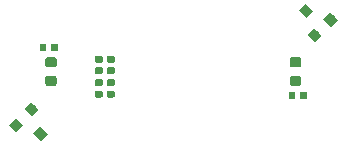
<source format=gbr>
G04 #@! TF.GenerationSoftware,KiCad,Pcbnew,(5.1.4)-1*
G04 #@! TF.CreationDate,2020-08-09T23:36:34-07:00*
G04 #@! TF.ProjectId,SkateLightLEDBoard,536b6174-654c-4696-9768-744c4544426f,rev?*
G04 #@! TF.SameCoordinates,Original*
G04 #@! TF.FileFunction,Paste,Top*
G04 #@! TF.FilePolarity,Positive*
%FSLAX46Y46*%
G04 Gerber Fmt 4.6, Leading zero omitted, Abs format (unit mm)*
G04 Created by KiCad (PCBNEW (5.1.4)-1) date 2020-08-09 23:36:34*
%MOMM*%
%LPD*%
G04 APERTURE LIST*
%ADD10C,0.800000*%
%ADD11C,0.100000*%
%ADD12C,0.590000*%
%ADD13C,0.875000*%
G04 APERTURE END LIST*
D10*
X-11230893Y-5279107D03*
D11*
G36*
X-11831934Y-5243752D02*
G01*
X-11266248Y-4678066D01*
X-10629852Y-5314462D01*
X-11195538Y-5880148D01*
X-11831934Y-5243752D01*
X-11831934Y-5243752D01*
G37*
D10*
X-13316858Y-4536645D03*
D11*
G36*
X-13917899Y-4501290D02*
G01*
X-13352213Y-3935604D01*
X-12715817Y-4572000D01*
X-13281503Y-5137686D01*
X-13917899Y-4501290D01*
X-13917899Y-4501290D01*
G37*
D10*
X-11973355Y-3193142D03*
D11*
G36*
X-12574396Y-3157787D02*
G01*
X-12008710Y-2592101D01*
X-11372314Y-3228497D01*
X-11938000Y-3794183D01*
X-12574396Y-3157787D01*
X-12574396Y-3157787D01*
G37*
D10*
X11230893Y5152107D03*
D11*
G36*
X11831934Y5116752D02*
G01*
X11266248Y4551066D01*
X10629852Y5187462D01*
X11195538Y5753148D01*
X11831934Y5116752D01*
X11831934Y5116752D01*
G37*
D10*
X13316858Y4409645D03*
D11*
G36*
X13917899Y4374290D02*
G01*
X13352213Y3808604D01*
X12715817Y4445000D01*
X13281503Y5010686D01*
X13917899Y4374290D01*
X13917899Y4374290D01*
G37*
D10*
X11973355Y3066142D03*
D11*
G36*
X12574396Y3030787D02*
G01*
X12008710Y2465101D01*
X11372314Y3101497D01*
X11938000Y3667183D01*
X12574396Y3030787D01*
X12574396Y3030787D01*
G37*
G36*
X-5093702Y352850D02*
G01*
X-5079384Y350726D01*
X-5065343Y347209D01*
X-5051714Y342332D01*
X-5038629Y336143D01*
X-5026213Y328702D01*
X-5014587Y320079D01*
X-5003862Y310358D01*
X-4994141Y299633D01*
X-4985518Y288007D01*
X-4978077Y275591D01*
X-4971888Y262506D01*
X-4967011Y248877D01*
X-4963494Y234836D01*
X-4961370Y220518D01*
X-4960660Y206060D01*
X-4960660Y-88940D01*
X-4961370Y-103398D01*
X-4963494Y-117716D01*
X-4967011Y-131757D01*
X-4971888Y-145386D01*
X-4978077Y-158471D01*
X-4985518Y-170887D01*
X-4994141Y-182513D01*
X-5003862Y-193238D01*
X-5014587Y-202959D01*
X-5026213Y-211582D01*
X-5038629Y-219023D01*
X-5051714Y-225212D01*
X-5065343Y-230089D01*
X-5079384Y-233606D01*
X-5093702Y-235730D01*
X-5108160Y-236440D01*
X-5453160Y-236440D01*
X-5467618Y-235730D01*
X-5481936Y-233606D01*
X-5495977Y-230089D01*
X-5509606Y-225212D01*
X-5522691Y-219023D01*
X-5535107Y-211582D01*
X-5546733Y-202959D01*
X-5557458Y-193238D01*
X-5567179Y-182513D01*
X-5575802Y-170887D01*
X-5583243Y-158471D01*
X-5589432Y-145386D01*
X-5594309Y-131757D01*
X-5597826Y-117716D01*
X-5599950Y-103398D01*
X-5600660Y-88940D01*
X-5600660Y206060D01*
X-5599950Y220518D01*
X-5597826Y234836D01*
X-5594309Y248877D01*
X-5589432Y262506D01*
X-5583243Y275591D01*
X-5575802Y288007D01*
X-5567179Y299633D01*
X-5557458Y310358D01*
X-5546733Y320079D01*
X-5535107Y328702D01*
X-5522691Y336143D01*
X-5509606Y342332D01*
X-5495977Y347209D01*
X-5481936Y350726D01*
X-5467618Y352850D01*
X-5453160Y353560D01*
X-5108160Y353560D01*
X-5093702Y352850D01*
X-5093702Y352850D01*
G37*
D12*
X-5280660Y58560D03*
D11*
G36*
X-5093702Y1322850D02*
G01*
X-5079384Y1320726D01*
X-5065343Y1317209D01*
X-5051714Y1312332D01*
X-5038629Y1306143D01*
X-5026213Y1298702D01*
X-5014587Y1290079D01*
X-5003862Y1280358D01*
X-4994141Y1269633D01*
X-4985518Y1258007D01*
X-4978077Y1245591D01*
X-4971888Y1232506D01*
X-4967011Y1218877D01*
X-4963494Y1204836D01*
X-4961370Y1190518D01*
X-4960660Y1176060D01*
X-4960660Y881060D01*
X-4961370Y866602D01*
X-4963494Y852284D01*
X-4967011Y838243D01*
X-4971888Y824614D01*
X-4978077Y811529D01*
X-4985518Y799113D01*
X-4994141Y787487D01*
X-5003862Y776762D01*
X-5014587Y767041D01*
X-5026213Y758418D01*
X-5038629Y750977D01*
X-5051714Y744788D01*
X-5065343Y739911D01*
X-5079384Y736394D01*
X-5093702Y734270D01*
X-5108160Y733560D01*
X-5453160Y733560D01*
X-5467618Y734270D01*
X-5481936Y736394D01*
X-5495977Y739911D01*
X-5509606Y744788D01*
X-5522691Y750977D01*
X-5535107Y758418D01*
X-5546733Y767041D01*
X-5557458Y776762D01*
X-5567179Y787487D01*
X-5575802Y799113D01*
X-5583243Y811529D01*
X-5589432Y824614D01*
X-5594309Y838243D01*
X-5597826Y852284D01*
X-5599950Y866602D01*
X-5600660Y881060D01*
X-5600660Y1176060D01*
X-5599950Y1190518D01*
X-5597826Y1204836D01*
X-5594309Y1218877D01*
X-5589432Y1232506D01*
X-5583243Y1245591D01*
X-5575802Y1258007D01*
X-5567179Y1269633D01*
X-5557458Y1280358D01*
X-5546733Y1290079D01*
X-5535107Y1298702D01*
X-5522691Y1306143D01*
X-5509606Y1312332D01*
X-5495977Y1317209D01*
X-5481936Y1320726D01*
X-5467618Y1322850D01*
X-5453160Y1323560D01*
X-5108160Y1323560D01*
X-5093702Y1322850D01*
X-5093702Y1322850D01*
G37*
D12*
X-5280660Y1028560D03*
D11*
G36*
X-6109702Y1322850D02*
G01*
X-6095384Y1320726D01*
X-6081343Y1317209D01*
X-6067714Y1312332D01*
X-6054629Y1306143D01*
X-6042213Y1298702D01*
X-6030587Y1290079D01*
X-6019862Y1280358D01*
X-6010141Y1269633D01*
X-6001518Y1258007D01*
X-5994077Y1245591D01*
X-5987888Y1232506D01*
X-5983011Y1218877D01*
X-5979494Y1204836D01*
X-5977370Y1190518D01*
X-5976660Y1176060D01*
X-5976660Y881060D01*
X-5977370Y866602D01*
X-5979494Y852284D01*
X-5983011Y838243D01*
X-5987888Y824614D01*
X-5994077Y811529D01*
X-6001518Y799113D01*
X-6010141Y787487D01*
X-6019862Y776762D01*
X-6030587Y767041D01*
X-6042213Y758418D01*
X-6054629Y750977D01*
X-6067714Y744788D01*
X-6081343Y739911D01*
X-6095384Y736394D01*
X-6109702Y734270D01*
X-6124160Y733560D01*
X-6469160Y733560D01*
X-6483618Y734270D01*
X-6497936Y736394D01*
X-6511977Y739911D01*
X-6525606Y744788D01*
X-6538691Y750977D01*
X-6551107Y758418D01*
X-6562733Y767041D01*
X-6573458Y776762D01*
X-6583179Y787487D01*
X-6591802Y799113D01*
X-6599243Y811529D01*
X-6605432Y824614D01*
X-6610309Y838243D01*
X-6613826Y852284D01*
X-6615950Y866602D01*
X-6616660Y881060D01*
X-6616660Y1176060D01*
X-6615950Y1190518D01*
X-6613826Y1204836D01*
X-6610309Y1218877D01*
X-6605432Y1232506D01*
X-6599243Y1245591D01*
X-6591802Y1258007D01*
X-6583179Y1269633D01*
X-6573458Y1280358D01*
X-6562733Y1290079D01*
X-6551107Y1298702D01*
X-6538691Y1306143D01*
X-6525606Y1312332D01*
X-6511977Y1317209D01*
X-6497936Y1320726D01*
X-6483618Y1322850D01*
X-6469160Y1323560D01*
X-6124160Y1323560D01*
X-6109702Y1322850D01*
X-6109702Y1322850D01*
G37*
D12*
X-6296660Y1028560D03*
D11*
G36*
X-6109702Y352850D02*
G01*
X-6095384Y350726D01*
X-6081343Y347209D01*
X-6067714Y342332D01*
X-6054629Y336143D01*
X-6042213Y328702D01*
X-6030587Y320079D01*
X-6019862Y310358D01*
X-6010141Y299633D01*
X-6001518Y288007D01*
X-5994077Y275591D01*
X-5987888Y262506D01*
X-5983011Y248877D01*
X-5979494Y234836D01*
X-5977370Y220518D01*
X-5976660Y206060D01*
X-5976660Y-88940D01*
X-5977370Y-103398D01*
X-5979494Y-117716D01*
X-5983011Y-131757D01*
X-5987888Y-145386D01*
X-5994077Y-158471D01*
X-6001518Y-170887D01*
X-6010141Y-182513D01*
X-6019862Y-193238D01*
X-6030587Y-202959D01*
X-6042213Y-211582D01*
X-6054629Y-219023D01*
X-6067714Y-225212D01*
X-6081343Y-230089D01*
X-6095384Y-233606D01*
X-6109702Y-235730D01*
X-6124160Y-236440D01*
X-6469160Y-236440D01*
X-6483618Y-235730D01*
X-6497936Y-233606D01*
X-6511977Y-230089D01*
X-6525606Y-225212D01*
X-6538691Y-219023D01*
X-6551107Y-211582D01*
X-6562733Y-202959D01*
X-6573458Y-193238D01*
X-6583179Y-182513D01*
X-6591802Y-170887D01*
X-6599243Y-158471D01*
X-6605432Y-145386D01*
X-6610309Y-131757D01*
X-6613826Y-117716D01*
X-6615950Y-103398D01*
X-6616660Y-88940D01*
X-6616660Y206060D01*
X-6615950Y220518D01*
X-6613826Y234836D01*
X-6610309Y248877D01*
X-6605432Y262506D01*
X-6599243Y275591D01*
X-6591802Y288007D01*
X-6583179Y299633D01*
X-6573458Y310358D01*
X-6562733Y320079D01*
X-6551107Y328702D01*
X-6538691Y336143D01*
X-6525606Y342332D01*
X-6511977Y347209D01*
X-6497936Y350726D01*
X-6483618Y352850D01*
X-6469160Y353560D01*
X-6124160Y353560D01*
X-6109702Y352850D01*
X-6109702Y352850D01*
G37*
D12*
X-6296660Y58560D03*
D11*
G36*
X-10072809Y1223947D02*
G01*
X-10051574Y1220797D01*
X-10030750Y1215581D01*
X-10010538Y1208349D01*
X-9991132Y1199170D01*
X-9972719Y1188134D01*
X-9955476Y1175346D01*
X-9939570Y1160930D01*
X-9925154Y1145024D01*
X-9912366Y1127781D01*
X-9901330Y1109368D01*
X-9892151Y1089962D01*
X-9884919Y1069750D01*
X-9879703Y1048926D01*
X-9876553Y1027691D01*
X-9875500Y1006250D01*
X-9875500Y568750D01*
X-9876553Y547309D01*
X-9879703Y526074D01*
X-9884919Y505250D01*
X-9892151Y485038D01*
X-9901330Y465632D01*
X-9912366Y447219D01*
X-9925154Y429976D01*
X-9939570Y414070D01*
X-9955476Y399654D01*
X-9972719Y386866D01*
X-9991132Y375830D01*
X-10010538Y366651D01*
X-10030750Y359419D01*
X-10051574Y354203D01*
X-10072809Y351053D01*
X-10094250Y350000D01*
X-10606750Y350000D01*
X-10628191Y351053D01*
X-10649426Y354203D01*
X-10670250Y359419D01*
X-10690462Y366651D01*
X-10709868Y375830D01*
X-10728281Y386866D01*
X-10745524Y399654D01*
X-10761430Y414070D01*
X-10775846Y429976D01*
X-10788634Y447219D01*
X-10799670Y465632D01*
X-10808849Y485038D01*
X-10816081Y505250D01*
X-10821297Y526074D01*
X-10824447Y547309D01*
X-10825500Y568750D01*
X-10825500Y1006250D01*
X-10824447Y1027691D01*
X-10821297Y1048926D01*
X-10816081Y1069750D01*
X-10808849Y1089962D01*
X-10799670Y1109368D01*
X-10788634Y1127781D01*
X-10775846Y1145024D01*
X-10761430Y1160930D01*
X-10745524Y1175346D01*
X-10728281Y1188134D01*
X-10709868Y1199170D01*
X-10690462Y1208349D01*
X-10670250Y1215581D01*
X-10649426Y1220797D01*
X-10628191Y1223947D01*
X-10606750Y1225000D01*
X-10094250Y1225000D01*
X-10072809Y1223947D01*
X-10072809Y1223947D01*
G37*
D13*
X-10350500Y787500D03*
D11*
G36*
X-10072809Y-351053D02*
G01*
X-10051574Y-354203D01*
X-10030750Y-359419D01*
X-10010538Y-366651D01*
X-9991132Y-375830D01*
X-9972719Y-386866D01*
X-9955476Y-399654D01*
X-9939570Y-414070D01*
X-9925154Y-429976D01*
X-9912366Y-447219D01*
X-9901330Y-465632D01*
X-9892151Y-485038D01*
X-9884919Y-505250D01*
X-9879703Y-526074D01*
X-9876553Y-547309D01*
X-9875500Y-568750D01*
X-9875500Y-1006250D01*
X-9876553Y-1027691D01*
X-9879703Y-1048926D01*
X-9884919Y-1069750D01*
X-9892151Y-1089962D01*
X-9901330Y-1109368D01*
X-9912366Y-1127781D01*
X-9925154Y-1145024D01*
X-9939570Y-1160930D01*
X-9955476Y-1175346D01*
X-9972719Y-1188134D01*
X-9991132Y-1199170D01*
X-10010538Y-1208349D01*
X-10030750Y-1215581D01*
X-10051574Y-1220797D01*
X-10072809Y-1223947D01*
X-10094250Y-1225000D01*
X-10606750Y-1225000D01*
X-10628191Y-1223947D01*
X-10649426Y-1220797D01*
X-10670250Y-1215581D01*
X-10690462Y-1208349D01*
X-10709868Y-1199170D01*
X-10728281Y-1188134D01*
X-10745524Y-1175346D01*
X-10761430Y-1160930D01*
X-10775846Y-1145024D01*
X-10788634Y-1127781D01*
X-10799670Y-1109368D01*
X-10808849Y-1089962D01*
X-10816081Y-1069750D01*
X-10821297Y-1048926D01*
X-10824447Y-1027691D01*
X-10825500Y-1006250D01*
X-10825500Y-568750D01*
X-10824447Y-547309D01*
X-10821297Y-526074D01*
X-10816081Y-505250D01*
X-10808849Y-485038D01*
X-10799670Y-465632D01*
X-10788634Y-447219D01*
X-10775846Y-429976D01*
X-10761430Y-414070D01*
X-10745524Y-399654D01*
X-10728281Y-386866D01*
X-10709868Y-375830D01*
X-10690462Y-366651D01*
X-10670250Y-359419D01*
X-10649426Y-354203D01*
X-10628191Y-351053D01*
X-10606750Y-350000D01*
X-10094250Y-350000D01*
X-10072809Y-351053D01*
X-10072809Y-351053D01*
G37*
D13*
X-10350500Y-787500D03*
D11*
G36*
X10628191Y1223947D02*
G01*
X10649426Y1220797D01*
X10670250Y1215581D01*
X10690462Y1208349D01*
X10709868Y1199170D01*
X10728281Y1188134D01*
X10745524Y1175346D01*
X10761430Y1160930D01*
X10775846Y1145024D01*
X10788634Y1127781D01*
X10799670Y1109368D01*
X10808849Y1089962D01*
X10816081Y1069750D01*
X10821297Y1048926D01*
X10824447Y1027691D01*
X10825500Y1006250D01*
X10825500Y568750D01*
X10824447Y547309D01*
X10821297Y526074D01*
X10816081Y505250D01*
X10808849Y485038D01*
X10799670Y465632D01*
X10788634Y447219D01*
X10775846Y429976D01*
X10761430Y414070D01*
X10745524Y399654D01*
X10728281Y386866D01*
X10709868Y375830D01*
X10690462Y366651D01*
X10670250Y359419D01*
X10649426Y354203D01*
X10628191Y351053D01*
X10606750Y350000D01*
X10094250Y350000D01*
X10072809Y351053D01*
X10051574Y354203D01*
X10030750Y359419D01*
X10010538Y366651D01*
X9991132Y375830D01*
X9972719Y386866D01*
X9955476Y399654D01*
X9939570Y414070D01*
X9925154Y429976D01*
X9912366Y447219D01*
X9901330Y465632D01*
X9892151Y485038D01*
X9884919Y505250D01*
X9879703Y526074D01*
X9876553Y547309D01*
X9875500Y568750D01*
X9875500Y1006250D01*
X9876553Y1027691D01*
X9879703Y1048926D01*
X9884919Y1069750D01*
X9892151Y1089962D01*
X9901330Y1109368D01*
X9912366Y1127781D01*
X9925154Y1145024D01*
X9939570Y1160930D01*
X9955476Y1175346D01*
X9972719Y1188134D01*
X9991132Y1199170D01*
X10010538Y1208349D01*
X10030750Y1215581D01*
X10051574Y1220797D01*
X10072809Y1223947D01*
X10094250Y1225000D01*
X10606750Y1225000D01*
X10628191Y1223947D01*
X10628191Y1223947D01*
G37*
D13*
X10350500Y787500D03*
D11*
G36*
X10628191Y-351053D02*
G01*
X10649426Y-354203D01*
X10670250Y-359419D01*
X10690462Y-366651D01*
X10709868Y-375830D01*
X10728281Y-386866D01*
X10745524Y-399654D01*
X10761430Y-414070D01*
X10775846Y-429976D01*
X10788634Y-447219D01*
X10799670Y-465632D01*
X10808849Y-485038D01*
X10816081Y-505250D01*
X10821297Y-526074D01*
X10824447Y-547309D01*
X10825500Y-568750D01*
X10825500Y-1006250D01*
X10824447Y-1027691D01*
X10821297Y-1048926D01*
X10816081Y-1069750D01*
X10808849Y-1089962D01*
X10799670Y-1109368D01*
X10788634Y-1127781D01*
X10775846Y-1145024D01*
X10761430Y-1160930D01*
X10745524Y-1175346D01*
X10728281Y-1188134D01*
X10709868Y-1199170D01*
X10690462Y-1208349D01*
X10670250Y-1215581D01*
X10649426Y-1220797D01*
X10628191Y-1223947D01*
X10606750Y-1225000D01*
X10094250Y-1225000D01*
X10072809Y-1223947D01*
X10051574Y-1220797D01*
X10030750Y-1215581D01*
X10010538Y-1208349D01*
X9991132Y-1199170D01*
X9972719Y-1188134D01*
X9955476Y-1175346D01*
X9939570Y-1160930D01*
X9925154Y-1145024D01*
X9912366Y-1127781D01*
X9901330Y-1109368D01*
X9892151Y-1089962D01*
X9884919Y-1069750D01*
X9879703Y-1048926D01*
X9876553Y-1027691D01*
X9875500Y-1006250D01*
X9875500Y-568750D01*
X9876553Y-547309D01*
X9879703Y-526074D01*
X9884919Y-505250D01*
X9892151Y-485038D01*
X9901330Y-465632D01*
X9912366Y-447219D01*
X9925154Y-429976D01*
X9939570Y-414070D01*
X9955476Y-399654D01*
X9972719Y-386866D01*
X9991132Y-375830D01*
X10010538Y-366651D01*
X10030750Y-359419D01*
X10051574Y-354203D01*
X10072809Y-351053D01*
X10094250Y-350000D01*
X10606750Y-350000D01*
X10628191Y-351053D01*
X10628191Y-351053D01*
G37*
D13*
X10350500Y-787500D03*
D11*
G36*
X-10864042Y2351290D02*
G01*
X-10849724Y2349166D01*
X-10835683Y2345649D01*
X-10822054Y2340772D01*
X-10808969Y2334583D01*
X-10796553Y2327142D01*
X-10784927Y2318519D01*
X-10774202Y2308798D01*
X-10764481Y2298073D01*
X-10755858Y2286447D01*
X-10748417Y2274031D01*
X-10742228Y2260946D01*
X-10737351Y2247317D01*
X-10733834Y2233276D01*
X-10731710Y2218958D01*
X-10731000Y2204500D01*
X-10731000Y1859500D01*
X-10731710Y1845042D01*
X-10733834Y1830724D01*
X-10737351Y1816683D01*
X-10742228Y1803054D01*
X-10748417Y1789969D01*
X-10755858Y1777553D01*
X-10764481Y1765927D01*
X-10774202Y1755202D01*
X-10784927Y1745481D01*
X-10796553Y1736858D01*
X-10808969Y1729417D01*
X-10822054Y1723228D01*
X-10835683Y1718351D01*
X-10849724Y1714834D01*
X-10864042Y1712710D01*
X-10878500Y1712000D01*
X-11173500Y1712000D01*
X-11187958Y1712710D01*
X-11202276Y1714834D01*
X-11216317Y1718351D01*
X-11229946Y1723228D01*
X-11243031Y1729417D01*
X-11255447Y1736858D01*
X-11267073Y1745481D01*
X-11277798Y1755202D01*
X-11287519Y1765927D01*
X-11296142Y1777553D01*
X-11303583Y1789969D01*
X-11309772Y1803054D01*
X-11314649Y1816683D01*
X-11318166Y1830724D01*
X-11320290Y1845042D01*
X-11321000Y1859500D01*
X-11321000Y2204500D01*
X-11320290Y2218958D01*
X-11318166Y2233276D01*
X-11314649Y2247317D01*
X-11309772Y2260946D01*
X-11303583Y2274031D01*
X-11296142Y2286447D01*
X-11287519Y2298073D01*
X-11277798Y2308798D01*
X-11267073Y2318519D01*
X-11255447Y2327142D01*
X-11243031Y2334583D01*
X-11229946Y2340772D01*
X-11216317Y2345649D01*
X-11202276Y2349166D01*
X-11187958Y2351290D01*
X-11173500Y2352000D01*
X-10878500Y2352000D01*
X-10864042Y2351290D01*
X-10864042Y2351290D01*
G37*
D12*
X-11026000Y2032000D03*
D11*
G36*
X-9894042Y2351290D02*
G01*
X-9879724Y2349166D01*
X-9865683Y2345649D01*
X-9852054Y2340772D01*
X-9838969Y2334583D01*
X-9826553Y2327142D01*
X-9814927Y2318519D01*
X-9804202Y2308798D01*
X-9794481Y2298073D01*
X-9785858Y2286447D01*
X-9778417Y2274031D01*
X-9772228Y2260946D01*
X-9767351Y2247317D01*
X-9763834Y2233276D01*
X-9761710Y2218958D01*
X-9761000Y2204500D01*
X-9761000Y1859500D01*
X-9761710Y1845042D01*
X-9763834Y1830724D01*
X-9767351Y1816683D01*
X-9772228Y1803054D01*
X-9778417Y1789969D01*
X-9785858Y1777553D01*
X-9794481Y1765927D01*
X-9804202Y1755202D01*
X-9814927Y1745481D01*
X-9826553Y1736858D01*
X-9838969Y1729417D01*
X-9852054Y1723228D01*
X-9865683Y1718351D01*
X-9879724Y1714834D01*
X-9894042Y1712710D01*
X-9908500Y1712000D01*
X-10203500Y1712000D01*
X-10217958Y1712710D01*
X-10232276Y1714834D01*
X-10246317Y1718351D01*
X-10259946Y1723228D01*
X-10273031Y1729417D01*
X-10285447Y1736858D01*
X-10297073Y1745481D01*
X-10307798Y1755202D01*
X-10317519Y1765927D01*
X-10326142Y1777553D01*
X-10333583Y1789969D01*
X-10339772Y1803054D01*
X-10344649Y1816683D01*
X-10348166Y1830724D01*
X-10350290Y1845042D01*
X-10351000Y1859500D01*
X-10351000Y2204500D01*
X-10350290Y2218958D01*
X-10348166Y2233276D01*
X-10344649Y2247317D01*
X-10339772Y2260946D01*
X-10333583Y2274031D01*
X-10326142Y2286447D01*
X-10317519Y2298073D01*
X-10307798Y2308798D01*
X-10297073Y2318519D01*
X-10285447Y2327142D01*
X-10273031Y2334583D01*
X-10259946Y2340772D01*
X-10246317Y2345649D01*
X-10232276Y2349166D01*
X-10217958Y2351290D01*
X-10203500Y2352000D01*
X-9908500Y2352000D01*
X-9894042Y2351290D01*
X-9894042Y2351290D01*
G37*
D12*
X-10056000Y2032000D03*
D11*
G36*
X10217958Y-1712710D02*
G01*
X10232276Y-1714834D01*
X10246317Y-1718351D01*
X10259946Y-1723228D01*
X10273031Y-1729417D01*
X10285447Y-1736858D01*
X10297073Y-1745481D01*
X10307798Y-1755202D01*
X10317519Y-1765927D01*
X10326142Y-1777553D01*
X10333583Y-1789969D01*
X10339772Y-1803054D01*
X10344649Y-1816683D01*
X10348166Y-1830724D01*
X10350290Y-1845042D01*
X10351000Y-1859500D01*
X10351000Y-2204500D01*
X10350290Y-2218958D01*
X10348166Y-2233276D01*
X10344649Y-2247317D01*
X10339772Y-2260946D01*
X10333583Y-2274031D01*
X10326142Y-2286447D01*
X10317519Y-2298073D01*
X10307798Y-2308798D01*
X10297073Y-2318519D01*
X10285447Y-2327142D01*
X10273031Y-2334583D01*
X10259946Y-2340772D01*
X10246317Y-2345649D01*
X10232276Y-2349166D01*
X10217958Y-2351290D01*
X10203500Y-2352000D01*
X9908500Y-2352000D01*
X9894042Y-2351290D01*
X9879724Y-2349166D01*
X9865683Y-2345649D01*
X9852054Y-2340772D01*
X9838969Y-2334583D01*
X9826553Y-2327142D01*
X9814927Y-2318519D01*
X9804202Y-2308798D01*
X9794481Y-2298073D01*
X9785858Y-2286447D01*
X9778417Y-2274031D01*
X9772228Y-2260946D01*
X9767351Y-2247317D01*
X9763834Y-2233276D01*
X9761710Y-2218958D01*
X9761000Y-2204500D01*
X9761000Y-1859500D01*
X9761710Y-1845042D01*
X9763834Y-1830724D01*
X9767351Y-1816683D01*
X9772228Y-1803054D01*
X9778417Y-1789969D01*
X9785858Y-1777553D01*
X9794481Y-1765927D01*
X9804202Y-1755202D01*
X9814927Y-1745481D01*
X9826553Y-1736858D01*
X9838969Y-1729417D01*
X9852054Y-1723228D01*
X9865683Y-1718351D01*
X9879724Y-1714834D01*
X9894042Y-1712710D01*
X9908500Y-1712000D01*
X10203500Y-1712000D01*
X10217958Y-1712710D01*
X10217958Y-1712710D01*
G37*
D12*
X10056000Y-2032000D03*
D11*
G36*
X11187958Y-1712710D02*
G01*
X11202276Y-1714834D01*
X11216317Y-1718351D01*
X11229946Y-1723228D01*
X11243031Y-1729417D01*
X11255447Y-1736858D01*
X11267073Y-1745481D01*
X11277798Y-1755202D01*
X11287519Y-1765927D01*
X11296142Y-1777553D01*
X11303583Y-1789969D01*
X11309772Y-1803054D01*
X11314649Y-1816683D01*
X11318166Y-1830724D01*
X11320290Y-1845042D01*
X11321000Y-1859500D01*
X11321000Y-2204500D01*
X11320290Y-2218958D01*
X11318166Y-2233276D01*
X11314649Y-2247317D01*
X11309772Y-2260946D01*
X11303583Y-2274031D01*
X11296142Y-2286447D01*
X11287519Y-2298073D01*
X11277798Y-2308798D01*
X11267073Y-2318519D01*
X11255447Y-2327142D01*
X11243031Y-2334583D01*
X11229946Y-2340772D01*
X11216317Y-2345649D01*
X11202276Y-2349166D01*
X11187958Y-2351290D01*
X11173500Y-2352000D01*
X10878500Y-2352000D01*
X10864042Y-2351290D01*
X10849724Y-2349166D01*
X10835683Y-2345649D01*
X10822054Y-2340772D01*
X10808969Y-2334583D01*
X10796553Y-2327142D01*
X10784927Y-2318519D01*
X10774202Y-2308798D01*
X10764481Y-2298073D01*
X10755858Y-2286447D01*
X10748417Y-2274031D01*
X10742228Y-2260946D01*
X10737351Y-2247317D01*
X10733834Y-2233276D01*
X10731710Y-2218958D01*
X10731000Y-2204500D01*
X10731000Y-1859500D01*
X10731710Y-1845042D01*
X10733834Y-1830724D01*
X10737351Y-1816683D01*
X10742228Y-1803054D01*
X10748417Y-1789969D01*
X10755858Y-1777553D01*
X10764481Y-1765927D01*
X10774202Y-1755202D01*
X10784927Y-1745481D01*
X10796553Y-1736858D01*
X10808969Y-1729417D01*
X10822054Y-1723228D01*
X10835683Y-1718351D01*
X10849724Y-1714834D01*
X10864042Y-1712710D01*
X10878500Y-1712000D01*
X11173500Y-1712000D01*
X11187958Y-1712710D01*
X11187958Y-1712710D01*
G37*
D12*
X11026000Y-2032000D03*
D11*
G36*
X-5093702Y-1615650D02*
G01*
X-5079384Y-1617774D01*
X-5065343Y-1621291D01*
X-5051714Y-1626168D01*
X-5038629Y-1632357D01*
X-5026213Y-1639798D01*
X-5014587Y-1648421D01*
X-5003862Y-1658142D01*
X-4994141Y-1668867D01*
X-4985518Y-1680493D01*
X-4978077Y-1692909D01*
X-4971888Y-1705994D01*
X-4967011Y-1719623D01*
X-4963494Y-1733664D01*
X-4961370Y-1747982D01*
X-4960660Y-1762440D01*
X-4960660Y-2057440D01*
X-4961370Y-2071898D01*
X-4963494Y-2086216D01*
X-4967011Y-2100257D01*
X-4971888Y-2113886D01*
X-4978077Y-2126971D01*
X-4985518Y-2139387D01*
X-4994141Y-2151013D01*
X-5003862Y-2161738D01*
X-5014587Y-2171459D01*
X-5026213Y-2180082D01*
X-5038629Y-2187523D01*
X-5051714Y-2193712D01*
X-5065343Y-2198589D01*
X-5079384Y-2202106D01*
X-5093702Y-2204230D01*
X-5108160Y-2204940D01*
X-5453160Y-2204940D01*
X-5467618Y-2204230D01*
X-5481936Y-2202106D01*
X-5495977Y-2198589D01*
X-5509606Y-2193712D01*
X-5522691Y-2187523D01*
X-5535107Y-2180082D01*
X-5546733Y-2171459D01*
X-5557458Y-2161738D01*
X-5567179Y-2151013D01*
X-5575802Y-2139387D01*
X-5583243Y-2126971D01*
X-5589432Y-2113886D01*
X-5594309Y-2100257D01*
X-5597826Y-2086216D01*
X-5599950Y-2071898D01*
X-5600660Y-2057440D01*
X-5600660Y-1762440D01*
X-5599950Y-1747982D01*
X-5597826Y-1733664D01*
X-5594309Y-1719623D01*
X-5589432Y-1705994D01*
X-5583243Y-1692909D01*
X-5575802Y-1680493D01*
X-5567179Y-1668867D01*
X-5557458Y-1658142D01*
X-5546733Y-1648421D01*
X-5535107Y-1639798D01*
X-5522691Y-1632357D01*
X-5509606Y-1626168D01*
X-5495977Y-1621291D01*
X-5481936Y-1617774D01*
X-5467618Y-1615650D01*
X-5453160Y-1614940D01*
X-5108160Y-1614940D01*
X-5093702Y-1615650D01*
X-5093702Y-1615650D01*
G37*
D12*
X-5280660Y-1909940D03*
D11*
G36*
X-5093702Y-645650D02*
G01*
X-5079384Y-647774D01*
X-5065343Y-651291D01*
X-5051714Y-656168D01*
X-5038629Y-662357D01*
X-5026213Y-669798D01*
X-5014587Y-678421D01*
X-5003862Y-688142D01*
X-4994141Y-698867D01*
X-4985518Y-710493D01*
X-4978077Y-722909D01*
X-4971888Y-735994D01*
X-4967011Y-749623D01*
X-4963494Y-763664D01*
X-4961370Y-777982D01*
X-4960660Y-792440D01*
X-4960660Y-1087440D01*
X-4961370Y-1101898D01*
X-4963494Y-1116216D01*
X-4967011Y-1130257D01*
X-4971888Y-1143886D01*
X-4978077Y-1156971D01*
X-4985518Y-1169387D01*
X-4994141Y-1181013D01*
X-5003862Y-1191738D01*
X-5014587Y-1201459D01*
X-5026213Y-1210082D01*
X-5038629Y-1217523D01*
X-5051714Y-1223712D01*
X-5065343Y-1228589D01*
X-5079384Y-1232106D01*
X-5093702Y-1234230D01*
X-5108160Y-1234940D01*
X-5453160Y-1234940D01*
X-5467618Y-1234230D01*
X-5481936Y-1232106D01*
X-5495977Y-1228589D01*
X-5509606Y-1223712D01*
X-5522691Y-1217523D01*
X-5535107Y-1210082D01*
X-5546733Y-1201459D01*
X-5557458Y-1191738D01*
X-5567179Y-1181013D01*
X-5575802Y-1169387D01*
X-5583243Y-1156971D01*
X-5589432Y-1143886D01*
X-5594309Y-1130257D01*
X-5597826Y-1116216D01*
X-5599950Y-1101898D01*
X-5600660Y-1087440D01*
X-5600660Y-792440D01*
X-5599950Y-777982D01*
X-5597826Y-763664D01*
X-5594309Y-749623D01*
X-5589432Y-735994D01*
X-5583243Y-722909D01*
X-5575802Y-710493D01*
X-5567179Y-698867D01*
X-5557458Y-688142D01*
X-5546733Y-678421D01*
X-5535107Y-669798D01*
X-5522691Y-662357D01*
X-5509606Y-656168D01*
X-5495977Y-651291D01*
X-5481936Y-647774D01*
X-5467618Y-645650D01*
X-5453160Y-644940D01*
X-5108160Y-644940D01*
X-5093702Y-645650D01*
X-5093702Y-645650D01*
G37*
D12*
X-5280660Y-939940D03*
D11*
G36*
X-6109702Y-645650D02*
G01*
X-6095384Y-647774D01*
X-6081343Y-651291D01*
X-6067714Y-656168D01*
X-6054629Y-662357D01*
X-6042213Y-669798D01*
X-6030587Y-678421D01*
X-6019862Y-688142D01*
X-6010141Y-698867D01*
X-6001518Y-710493D01*
X-5994077Y-722909D01*
X-5987888Y-735994D01*
X-5983011Y-749623D01*
X-5979494Y-763664D01*
X-5977370Y-777982D01*
X-5976660Y-792440D01*
X-5976660Y-1087440D01*
X-5977370Y-1101898D01*
X-5979494Y-1116216D01*
X-5983011Y-1130257D01*
X-5987888Y-1143886D01*
X-5994077Y-1156971D01*
X-6001518Y-1169387D01*
X-6010141Y-1181013D01*
X-6019862Y-1191738D01*
X-6030587Y-1201459D01*
X-6042213Y-1210082D01*
X-6054629Y-1217523D01*
X-6067714Y-1223712D01*
X-6081343Y-1228589D01*
X-6095384Y-1232106D01*
X-6109702Y-1234230D01*
X-6124160Y-1234940D01*
X-6469160Y-1234940D01*
X-6483618Y-1234230D01*
X-6497936Y-1232106D01*
X-6511977Y-1228589D01*
X-6525606Y-1223712D01*
X-6538691Y-1217523D01*
X-6551107Y-1210082D01*
X-6562733Y-1201459D01*
X-6573458Y-1191738D01*
X-6583179Y-1181013D01*
X-6591802Y-1169387D01*
X-6599243Y-1156971D01*
X-6605432Y-1143886D01*
X-6610309Y-1130257D01*
X-6613826Y-1116216D01*
X-6615950Y-1101898D01*
X-6616660Y-1087440D01*
X-6616660Y-792440D01*
X-6615950Y-777982D01*
X-6613826Y-763664D01*
X-6610309Y-749623D01*
X-6605432Y-735994D01*
X-6599243Y-722909D01*
X-6591802Y-710493D01*
X-6583179Y-698867D01*
X-6573458Y-688142D01*
X-6562733Y-678421D01*
X-6551107Y-669798D01*
X-6538691Y-662357D01*
X-6525606Y-656168D01*
X-6511977Y-651291D01*
X-6497936Y-647774D01*
X-6483618Y-645650D01*
X-6469160Y-644940D01*
X-6124160Y-644940D01*
X-6109702Y-645650D01*
X-6109702Y-645650D01*
G37*
D12*
X-6296660Y-939940D03*
D11*
G36*
X-6109702Y-1615650D02*
G01*
X-6095384Y-1617774D01*
X-6081343Y-1621291D01*
X-6067714Y-1626168D01*
X-6054629Y-1632357D01*
X-6042213Y-1639798D01*
X-6030587Y-1648421D01*
X-6019862Y-1658142D01*
X-6010141Y-1668867D01*
X-6001518Y-1680493D01*
X-5994077Y-1692909D01*
X-5987888Y-1705994D01*
X-5983011Y-1719623D01*
X-5979494Y-1733664D01*
X-5977370Y-1747982D01*
X-5976660Y-1762440D01*
X-5976660Y-2057440D01*
X-5977370Y-2071898D01*
X-5979494Y-2086216D01*
X-5983011Y-2100257D01*
X-5987888Y-2113886D01*
X-5994077Y-2126971D01*
X-6001518Y-2139387D01*
X-6010141Y-2151013D01*
X-6019862Y-2161738D01*
X-6030587Y-2171459D01*
X-6042213Y-2180082D01*
X-6054629Y-2187523D01*
X-6067714Y-2193712D01*
X-6081343Y-2198589D01*
X-6095384Y-2202106D01*
X-6109702Y-2204230D01*
X-6124160Y-2204940D01*
X-6469160Y-2204940D01*
X-6483618Y-2204230D01*
X-6497936Y-2202106D01*
X-6511977Y-2198589D01*
X-6525606Y-2193712D01*
X-6538691Y-2187523D01*
X-6551107Y-2180082D01*
X-6562733Y-2171459D01*
X-6573458Y-2161738D01*
X-6583179Y-2151013D01*
X-6591802Y-2139387D01*
X-6599243Y-2126971D01*
X-6605432Y-2113886D01*
X-6610309Y-2100257D01*
X-6613826Y-2086216D01*
X-6615950Y-2071898D01*
X-6616660Y-2057440D01*
X-6616660Y-1762440D01*
X-6615950Y-1747982D01*
X-6613826Y-1733664D01*
X-6610309Y-1719623D01*
X-6605432Y-1705994D01*
X-6599243Y-1692909D01*
X-6591802Y-1680493D01*
X-6583179Y-1668867D01*
X-6573458Y-1658142D01*
X-6562733Y-1648421D01*
X-6551107Y-1639798D01*
X-6538691Y-1632357D01*
X-6525606Y-1626168D01*
X-6511977Y-1621291D01*
X-6497936Y-1617774D01*
X-6483618Y-1615650D01*
X-6469160Y-1614940D01*
X-6124160Y-1614940D01*
X-6109702Y-1615650D01*
X-6109702Y-1615650D01*
G37*
D12*
X-6296660Y-1909940D03*
M02*

</source>
